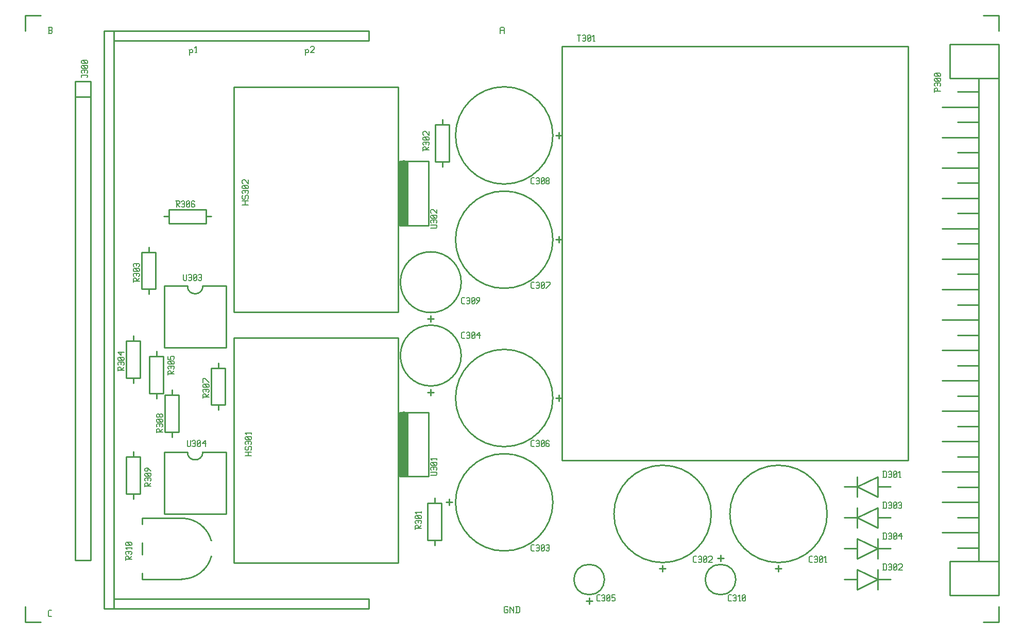
<source format=gto>
G04 start of page 9 for group -4079 idx -4079 *
G04 Title: 31.003.00.01.01.pcb, topsilk *
G04 Creator: pcb 4.2.2 *
G04 CreationDate: Sun Jan  3 11:16:11 2021 UTC *
G04 For: bert *
G04 Format: Gerber/RS-274X *
G04 PCB-Dimensions (mil): 7874.02 5511.81 *
G04 PCB-Coordinate-Origin: lower left *
%MOIN*%
%FSLAX25Y25*%
%LNGTO*%
%ADD89C,0.0080*%
%ADD88C,0.0520*%
%ADD87C,0.0100*%
G54D87*X0Y551181D02*X10000D01*
X51181Y541338D02*X222441D01*
X57480Y535039D02*X222441D01*
Y541338D02*Y535039D01*
X0Y551181D02*Y541181D01*
X222441Y167323D02*Y173622D01*
X51181Y167323D02*X222441D01*
X630000Y158681D02*Y168681D01*
Y158681D02*X620000D01*
X57480Y541338D02*Y167323D01*
Y173622D02*X222441D01*
X51181Y541338D02*Y167323D01*
X410500Y193185D02*X414500D01*
X412500Y195185D02*Y191185D01*
Y197186D02*G75*G03X412500Y197186I0J31495D01*G01*
X485500Y193185D02*X489500D01*
X487500Y195185D02*Y191185D01*
Y197186D02*G75*G03X487500Y197186I0J31495D01*G01*
X551700Y206181D02*X560000D01*
X530000D02*X538300D01*
X551700D02*X538300Y199581D01*
Y212781D02*Y199581D01*
Y212781D02*X551700Y206181D01*
Y212781D02*Y199581D01*
X448000Y200023D02*X452000D01*
X450000Y202023D02*Y198023D01*
Y196023D02*G75*G03X450000Y196023I0J-9842D01*G01*
X551700Y186181D02*X560000D01*
X530000D02*X538300D01*
X551700D02*X538300Y179581D01*
Y192781D02*Y179581D01*
Y192781D02*X551700Y186181D01*
Y192781D02*Y179581D01*
X269500Y235581D02*Y211781D01*
X260500Y235581D02*Y211781D01*
Y235581D02*X269500D01*
X260500Y211781D02*X269500D01*
X265000Y238981D02*Y235581D01*
Y211781D02*Y208381D01*
X274504Y238181D02*Y234181D01*
X272504Y236181D02*X276504D01*
X278505D02*G75*G03X278505Y236181I31495J0D01*G01*
X345496Y305681D02*Y301681D01*
X343496Y303681D02*X347496D01*
X341495D02*G75*G03X341495Y303681I-31495J0D01*G01*
X134941Y342579D02*Y196910D01*
Y342579D02*X241240D01*
X134941Y196910D02*X241240D01*
Y342579D02*Y196910D01*
X247400Y294431D02*Y252931D01*
G54D88*X245000Y292431D02*Y254931D01*
G54D87*X242400Y294431D02*Y252931D01*
Y294431D02*X260900D01*
Y252931D01*
X242400D02*X260900D01*
X247400Y456931D02*Y415431D01*
G54D88*X245000Y454931D02*Y417431D01*
G54D87*X242400Y456931D02*Y415431D01*
Y456931D02*X260900D01*
Y415431D01*
X242400D02*X260900D01*
X260500Y307496D02*X264500D01*
X262500Y309496D02*Y305496D01*
Y311496D02*G75*G03X262500Y311496I0J19685D01*G01*
X260500Y354996D02*X264500D01*
X262500Y356996D02*Y352996D01*
Y358996D02*G75*G03X262500Y358996I0J19685D01*G01*
X134941Y505079D02*Y359410D01*
Y505079D02*X241240D01*
X134941Y359410D02*X241240D01*
Y505079D02*Y359410D01*
X630000Y551181D02*Y541181D01*
Y551181D02*X620000D01*
X347500Y263181D02*Y531181D01*
X571500Y263181D02*X347500D01*
X571500Y531181D02*Y263181D01*
X347500Y531181D02*X571500D01*
X530000Y226181D02*X538300D01*
X551700D02*X560000D01*
X538300D02*X551700Y232781D01*
Y219581D01*
X538300Y226181D01*
Y232781D02*Y219581D01*
X530000Y246181D02*X538300D01*
X551700D02*X560000D01*
X538300D02*X551700Y252781D01*
Y239581D01*
X538300Y246181D01*
Y252781D02*Y239581D01*
X345496Y408181D02*Y404181D01*
X343496Y406181D02*X347496D01*
X341495D02*G75*G03X341495Y406181I-31495J0D01*G01*
X345496Y475681D02*Y471681D01*
X343496Y473681D02*X347496D01*
X341495D02*G75*G03X341495Y473681I-31495J0D01*G01*
X274500Y480581D02*Y456781D01*
X265500Y480581D02*Y456781D01*
Y480581D02*X274500D01*
X265500Y456781D02*X274500D01*
X270000Y483981D02*Y480581D01*
Y456781D02*Y453381D01*
X598227Y198032D02*X630117D01*
X598227D02*Y175985D01*
X630117D01*
X598227Y510631D02*X630117D01*
X598227Y532678D02*Y510631D01*
Y532678D02*X630117D01*
X603345Y206694D02*X617125D01*
X593503Y216536D02*X617125D01*
X616731Y246064D02*X617125Y245670D01*
X603345Y246064D02*X616731D01*
X593503Y452756D02*X617124D01*
X603345Y462599D02*X617125D01*
X603345Y482284D02*X617125D01*
X593503Y492127D02*X617125D01*
X593503Y236221D02*X617125D01*
X603345Y226379D02*X617125D01*
X593503Y275591D02*X617125D01*
X603345Y265749D02*X617125D01*
X593503Y255906D02*X617125D01*
X603345Y305119D02*X617125D01*
X593503Y295276D02*X617125D01*
X603345Y285434D02*X617125D01*
X593503Y334647D02*X617125D01*
X603345Y324804D02*X617125D01*
X593503Y314962D02*X617125D01*
X603345Y364174D02*X617125D01*
X593503Y354332D02*X617125D01*
X603345Y344489D02*X617125D01*
X603345Y383859D02*X617125D01*
X593503Y433071D02*X617124D01*
X617125Y433072D01*
X603345Y442914D02*X617125D01*
X617124Y452756D02*X617125Y452757D01*
X593503Y393701D02*X617124D01*
X617125Y393702D01*
X603345Y403544D02*X617125D01*
X617124Y413386D02*X617125Y413387D01*
X617124Y374016D02*X617125Y374017D01*
X593503Y413386D02*X617124D01*
X603345Y423229D02*X617125D01*
X593503Y374016D02*X617124D01*
X603345Y501969D02*X617125D01*
X593503Y472442D02*X617125D01*
Y510631D02*Y198032D01*
X630117Y532678D02*Y175985D01*
X363000Y172339D02*X367000D01*
X365000Y174339D02*Y170339D01*
Y176339D02*G75*G03X365000Y176339I0J9842D01*G01*
X84500Y398081D02*Y374281D01*
X75500Y398081D02*Y374281D01*
Y398081D02*X84500D01*
X75500Y374281D02*X84500D01*
X80000Y401481D02*Y398081D01*
Y374281D02*Y370881D01*
X129500Y323081D02*Y299281D01*
X120500Y323081D02*Y299281D01*
Y323081D02*X129500D01*
X120500Y299281D02*X129500D01*
X125000Y326481D02*Y323081D01*
Y299281D02*Y295881D01*
X93100Y416681D02*X116900D01*
X93100Y425681D02*X116900D01*
Y416681D01*
X93100Y425681D02*Y416681D01*
X116900Y421181D02*X120300D01*
X93100D02*X89700D01*
X89500Y330581D02*Y306781D01*
X80500Y330581D02*Y306781D01*
Y330581D02*X89500D01*
X80500Y306781D02*X89500D01*
X85000Y333981D02*Y330581D01*
Y306781D02*Y303381D01*
X115000Y376181D02*X130000D01*
X90000D02*X105000D01*
X130000Y336181D02*Y376181D01*
X90000Y336181D02*X130000D01*
X90000Y376181D02*Y336181D01*
X105000Y376181D02*G75*G03X115000Y376181I5000J0D01*G01*
Y268681D02*X130000D01*
X90000D02*X105000D01*
X130000Y228681D02*Y268681D01*
X90000Y228681D02*X130000D01*
X90000Y268681D02*Y228681D01*
X105000Y268681D02*G75*G03X115000Y268681I5000J0D01*G01*
X99500Y305581D02*Y281781D01*
X90500Y305581D02*Y281781D01*
Y305581D02*X99500D01*
X90500Y281781D02*X99500D01*
X95000Y308981D02*Y305581D01*
Y281781D02*Y278381D01*
X74500Y265581D02*Y241781D01*
X65500Y265581D02*Y241781D01*
Y265581D02*X74500D01*
X65500Y241781D02*X74500D01*
X70000Y268981D02*Y265581D01*
Y241781D02*Y238381D01*
X74500Y340581D02*Y316781D01*
X65500Y340581D02*Y316781D01*
Y340581D02*X74500D01*
X65500Y316781D02*X74500D01*
X70000Y343981D02*Y340581D01*
Y316781D02*Y313381D01*
X32500Y198681D02*X42500D01*
Y508681D02*Y198681D01*
X32500Y508681D02*Y198681D01*
Y498681D02*X42500D01*
X32500Y508681D02*X42500D01*
X75846Y210118D02*Y202244D01*
Y225866D02*Y221929D01*
Y225866D02*X101437D01*
X75846Y186496D02*X101437D01*
X75846Y190433D02*Y186496D01*
X101437D02*G75*G03X120451Y201086I0J19685D01*G01*
X120451Y211276D02*G75*G03X101437Y225866I-19014J-5095D01*G01*
X0Y158681D02*Y168681D01*
Y158681D02*X10000D01*
G54D89*X115000Y305681D02*Y303681D01*
Y305681D02*X115500Y306181D01*
X116500D01*
X117000Y305681D02*X116500Y306181D01*
X117000Y305681D02*Y304181D01*
X115000D02*X119000D01*
X117000D02*X119000Y306181D01*
X115500Y307381D02*X115000Y307881D01*
Y308881D02*Y307881D01*
Y308881D02*X115500Y309381D01*
X118500D01*
X119000Y308881D02*X118500Y309381D01*
X119000Y308881D02*Y307881D01*
X118500Y307381D02*X119000Y307881D01*
X117000Y309381D02*Y307881D01*
X118500Y310581D02*X119000Y311081D01*
X115500Y310581D02*X118500D01*
X115500D02*X115000Y311081D01*
Y312081D02*Y311081D01*
Y312081D02*X115500Y312581D01*
X118500D01*
X119000Y312081D02*X118500Y312581D01*
X119000Y312081D02*Y311081D01*
X118000Y310581D02*X116000Y312581D01*
X119000Y313781D02*X116500Y316281D01*
X115000D02*X116500D01*
X115000D02*Y313781D01*
X92500Y320681D02*Y318681D01*
Y320681D02*X93000Y321181D01*
X94000D01*
X94500Y320681D02*X94000Y321181D01*
X94500Y320681D02*Y319181D01*
X92500D02*X96500D01*
X94500D02*X96500Y321181D01*
X93000Y322381D02*X92500Y322881D01*
Y323881D02*Y322881D01*
Y323881D02*X93000Y324381D01*
X96000D01*
X96500Y323881D02*X96000Y324381D01*
X96500Y323881D02*Y322881D01*
X96000Y322381D02*X96500Y322881D01*
X94500Y324381D02*Y322881D01*
X96000Y325581D02*X96500Y326081D01*
X93000Y325581D02*X96000D01*
X93000D02*X92500Y326081D01*
Y327081D02*Y326081D01*
Y327081D02*X93000Y327581D01*
X96000D01*
X96500Y327081D02*X96000Y327581D01*
X96500Y327081D02*Y326081D01*
X95500Y325581D02*X93500Y327581D01*
X92500Y330781D02*Y328781D01*
X94500D01*
X94000Y329281D01*
Y330281D02*Y329281D01*
Y330281D02*X94500Y330781D01*
X96000D01*
X96500Y330281D02*X96000Y330781D01*
X96500Y330281D02*Y329281D01*
X96000Y328781D02*X96500Y329281D01*
X85000Y283181D02*Y281181D01*
Y283181D02*X85500Y283681D01*
X86500D01*
X87000Y283181D02*X86500Y283681D01*
X87000Y283181D02*Y281681D01*
X85000D02*X89000D01*
X87000D02*X89000Y283681D01*
X85500Y284881D02*X85000Y285381D01*
Y286381D02*Y285381D01*
Y286381D02*X85500Y286881D01*
X88500D01*
X89000Y286381D02*X88500Y286881D01*
X89000Y286381D02*Y285381D01*
X88500Y284881D02*X89000Y285381D01*
X87000Y286881D02*Y285381D01*
X88500Y288081D02*X89000Y288581D01*
X85500Y288081D02*X88500D01*
X85500D02*X85000Y288581D01*
Y289581D02*Y288581D01*
Y289581D02*X85500Y290081D01*
X88500D01*
X89000Y289581D02*X88500Y290081D01*
X89000Y289581D02*Y288581D01*
X88000Y288081D02*X86000Y290081D01*
X88500Y291281D02*X89000Y291781D01*
X87500Y291281D02*X88500D01*
X87500D02*X87000Y291781D01*
Y292781D02*Y291781D01*
Y292781D02*X87500Y293281D01*
X88500D01*
X89000Y292781D02*X88500Y293281D01*
X89000Y292781D02*Y291781D01*
X86500Y291281D02*X87000Y291781D01*
X85500Y291281D02*X86500D01*
X85500D02*X85000Y291781D01*
Y292781D02*Y291781D01*
Y292781D02*X85500Y293281D01*
X86500D01*
X87000Y292781D02*X86500Y293281D01*
X60000Y323181D02*Y321181D01*
Y323181D02*X60500Y323681D01*
X61500D01*
X62000Y323181D02*X61500Y323681D01*
X62000Y323181D02*Y321681D01*
X60000D02*X64000D01*
X62000D02*X64000Y323681D01*
X60500Y324881D02*X60000Y325381D01*
Y326381D02*Y325381D01*
Y326381D02*X60500Y326881D01*
X63500D01*
X64000Y326381D02*X63500Y326881D01*
X64000Y326381D02*Y325381D01*
X63500Y324881D02*X64000Y325381D01*
X62000Y326881D02*Y325381D01*
X63500Y328081D02*X64000Y328581D01*
X60500Y328081D02*X63500D01*
X60500D02*X60000Y328581D01*
Y329581D02*Y328581D01*
Y329581D02*X60500Y330081D01*
X63500D01*
X64000Y329581D02*X63500Y330081D01*
X64000Y329581D02*Y328581D01*
X63000Y328081D02*X61000Y330081D01*
X62000Y331281D02*X60000Y333281D01*
X62000Y333781D02*Y331281D01*
X60000Y333281D02*X64000D01*
X70000Y380681D02*Y378681D01*
Y380681D02*X70500Y381181D01*
X71500D01*
X72000Y380681D02*X71500Y381181D01*
X72000Y380681D02*Y379181D01*
X70000D02*X74000D01*
X72000D02*X74000Y381181D01*
X70500Y382381D02*X70000Y382881D01*
Y383881D02*Y382881D01*
Y383881D02*X70500Y384381D01*
X73500D01*
X74000Y383881D02*X73500Y384381D01*
X74000Y383881D02*Y382881D01*
X73500Y382381D02*X74000Y382881D01*
X72000Y384381D02*Y382881D01*
X73500Y385581D02*X74000Y386081D01*
X70500Y385581D02*X73500D01*
X70500D02*X70000Y386081D01*
Y387081D02*Y386081D01*
Y387081D02*X70500Y387581D01*
X73500D01*
X74000Y387081D02*X73500Y387581D01*
X74000Y387081D02*Y386081D01*
X73000Y385581D02*X71000Y387581D01*
X70500Y388781D02*X70000Y389281D01*
Y390281D02*Y389281D01*
Y390281D02*X70500Y390781D01*
X73500D01*
X74000Y390281D02*X73500Y390781D01*
X74000Y390281D02*Y389281D01*
X73500Y388781D02*X74000Y389281D01*
X72000Y390781D02*Y389281D01*
X97500Y431181D02*X99500D01*
X100000Y430681D01*
Y429681D01*
X99500Y429181D02*X100000Y429681D01*
X98000Y429181D02*X99500D01*
X98000Y431181D02*Y427181D01*
Y429181D02*X100000Y427181D01*
X101200Y430681D02*X101700Y431181D01*
X102700D01*
X103200Y430681D01*
Y427681D01*
X102700Y427181D02*X103200Y427681D01*
X101700Y427181D02*X102700D01*
X101200Y427681D02*X101700Y427181D01*
Y429181D02*X103200D01*
X104400Y427681D02*X104900Y427181D01*
X104400Y430681D02*Y427681D01*
Y430681D02*X104900Y431181D01*
X105900D01*
X106400Y430681D01*
Y427681D01*
X105900Y427181D02*X106400Y427681D01*
X104900Y427181D02*X105900D01*
X104400Y428181D02*X106400Y430181D01*
X109100Y431181D02*X109600Y430681D01*
X108100Y431181D02*X109100D01*
X107600Y430681D02*X108100Y431181D01*
X107600Y430681D02*Y427681D01*
X108100Y427181D01*
X109100Y429181D02*X109600Y428681D01*
X107600Y429181D02*X109100D01*
X108100Y427181D02*X109100D01*
X109600Y427681D01*
Y428681D02*Y427681D01*
X102500Y383681D02*Y380181D01*
X103000Y379681D01*
X104000D01*
X104500Y380181D01*
Y383681D02*Y380181D01*
X105700Y383181D02*X106200Y383681D01*
X107200D01*
X107700Y383181D01*
Y380181D01*
X107200Y379681D02*X107700Y380181D01*
X106200Y379681D02*X107200D01*
X105700Y380181D02*X106200Y379681D01*
Y381681D02*X107700D01*
X108900Y380181D02*X109400Y379681D01*
X108900Y383181D02*Y380181D01*
Y383181D02*X109400Y383681D01*
X110400D01*
X110900Y383181D01*
Y380181D01*
X110400Y379681D02*X110900Y380181D01*
X109400Y379681D02*X110400D01*
X108900Y380681D02*X110900Y382681D01*
X112100Y383181D02*X112600Y383681D01*
X113600D01*
X114100Y383181D01*
Y380181D01*
X113600Y379681D02*X114100Y380181D01*
X112600Y379681D02*X113600D01*
X112100Y380181D02*X112600Y379681D01*
Y381681D02*X114100D01*
X140500Y428681D02*X144500D01*
X140500Y431181D02*X144500D01*
X142500D02*Y428681D01*
X140500Y434381D02*X141000Y434881D01*
X140500Y434381D02*Y432881D01*
X141000Y432381D02*X140500Y432881D01*
X141000Y432381D02*X142000D01*
X142500Y432881D01*
Y434381D02*Y432881D01*
Y434381D02*X143000Y434881D01*
X144000D01*
X144500Y434381D02*X144000Y434881D01*
X144500Y434381D02*Y432881D01*
X144000Y432381D02*X144500Y432881D01*
X141000Y436081D02*X140500Y436581D01*
Y437581D02*Y436581D01*
Y437581D02*X141000Y438081D01*
X144000D01*
X144500Y437581D02*X144000Y438081D01*
X144500Y437581D02*Y436581D01*
X144000Y436081D02*X144500Y436581D01*
X142500Y438081D02*Y436581D01*
X144000Y439281D02*X144500Y439781D01*
X141000Y439281D02*X144000D01*
X141000D02*X140500Y439781D01*
Y440781D02*Y439781D01*
Y440781D02*X141000Y441281D01*
X144000D01*
X144500Y440781D02*X144000Y441281D01*
X144500Y440781D02*Y439781D01*
X143500Y439281D02*X141500Y441281D01*
X141000Y442481D02*X140500Y442981D01*
Y444481D02*Y442981D01*
Y444481D02*X141000Y444981D01*
X142000D01*
X144500Y442481D02*X142000Y444981D01*
X144500D02*Y442481D01*
X252500Y220681D02*Y218681D01*
Y220681D02*X253000Y221181D01*
X254000D01*
X254500Y220681D02*X254000Y221181D01*
X254500Y220681D02*Y219181D01*
X252500D02*X256500D01*
X254500D02*X256500Y221181D01*
X253000Y222381D02*X252500Y222881D01*
Y223881D02*Y222881D01*
Y223881D02*X253000Y224381D01*
X256000D01*
X256500Y223881D02*X256000Y224381D01*
X256500Y223881D02*Y222881D01*
X256000Y222381D02*X256500Y222881D01*
X254500Y224381D02*Y222881D01*
X256000Y225581D02*X256500Y226081D01*
X253000Y225581D02*X256000D01*
X253000D02*X252500Y226081D01*
Y227081D02*Y226081D01*
Y227081D02*X253000Y227581D01*
X256000D01*
X256500Y227081D02*X256000Y227581D01*
X256500Y227081D02*Y226081D01*
X255500Y225581D02*X253500Y227581D01*
X256500Y230281D02*Y229281D01*
X252500Y229781D02*X256500D01*
X253500Y228781D02*X252500Y229781D01*
X328000Y204681D02*X329500D01*
X327500Y205181D02*X328000Y204681D01*
X327500Y208181D02*Y205181D01*
Y208181D02*X328000Y208681D01*
X329500D01*
X330700Y208181D02*X331200Y208681D01*
X332200D01*
X332700Y208181D01*
Y205181D01*
X332200Y204681D02*X332700Y205181D01*
X331200Y204681D02*X332200D01*
X330700Y205181D02*X331200Y204681D01*
Y206681D02*X332700D01*
X333900Y205181D02*X334400Y204681D01*
X333900Y208181D02*Y205181D01*
Y208181D02*X334400Y208681D01*
X335400D01*
X335900Y208181D01*
Y205181D01*
X335400Y204681D02*X335900Y205181D01*
X334400Y204681D02*X335400D01*
X333900Y205681D02*X335900Y207681D01*
X337100Y208181D02*X337600Y208681D01*
X338600D01*
X339100Y208181D01*
Y205181D01*
X338600Y204681D02*X339100Y205181D01*
X337600Y204681D02*X338600D01*
X337100Y205181D02*X337600Y204681D01*
Y206681D02*X339100D01*
X328000Y272181D02*X329500D01*
X327500Y272681D02*X328000Y272181D01*
X327500Y275681D02*Y272681D01*
Y275681D02*X328000Y276181D01*
X329500D01*
X330700Y275681D02*X331200Y276181D01*
X332200D01*
X332700Y275681D01*
Y272681D01*
X332200Y272181D02*X332700Y272681D01*
X331200Y272181D02*X332200D01*
X330700Y272681D02*X331200Y272181D01*
Y274181D02*X332700D01*
X333900Y272681D02*X334400Y272181D01*
X333900Y275681D02*Y272681D01*
Y275681D02*X334400Y276181D01*
X335400D01*
X335900Y275681D01*
Y272681D01*
X335400Y272181D02*X335900Y272681D01*
X334400Y272181D02*X335400D01*
X333900Y273181D02*X335900Y275181D01*
X338600Y276181D02*X339100Y275681D01*
X337600Y276181D02*X338600D01*
X337100Y275681D02*X337600Y276181D01*
X337100Y275681D02*Y272681D01*
X337600Y272181D01*
X338600Y274181D02*X339100Y273681D01*
X337100Y274181D02*X338600D01*
X337600Y272181D02*X338600D01*
X339100Y272681D01*
Y273681D02*Y272681D01*
X262500Y253681D02*X266000D01*
X266500Y254181D01*
Y255181D02*Y254181D01*
Y255181D02*X266000Y255681D01*
X262500D02*X266000D01*
X263000Y256881D02*X262500Y257381D01*
Y258381D02*Y257381D01*
Y258381D02*X263000Y258881D01*
X266000D01*
X266500Y258381D02*X266000Y258881D01*
X266500Y258381D02*Y257381D01*
X266000Y256881D02*X266500Y257381D01*
X264500Y258881D02*Y257381D01*
X266000Y260081D02*X266500Y260581D01*
X263000Y260081D02*X266000D01*
X263000D02*X262500Y260581D01*
Y261581D02*Y260581D01*
Y261581D02*X263000Y262081D01*
X266000D01*
X266500Y261581D02*X266000Y262081D01*
X266500Y261581D02*Y260581D01*
X265500Y260081D02*X263500Y262081D01*
X266500Y264781D02*Y263781D01*
X262500Y264281D02*X266500D01*
X263500Y263281D02*X262500Y264281D01*
X433000Y197181D02*X434500D01*
X432500Y197681D02*X433000Y197181D01*
X432500Y200681D02*Y197681D01*
Y200681D02*X433000Y201181D01*
X434500D01*
X435700Y200681D02*X436200Y201181D01*
X437200D01*
X437700Y200681D01*
Y197681D01*
X437200Y197181D02*X437700Y197681D01*
X436200Y197181D02*X437200D01*
X435700Y197681D02*X436200Y197181D01*
Y199181D02*X437700D01*
X438900Y197681D02*X439400Y197181D01*
X438900Y200681D02*Y197681D01*
Y200681D02*X439400Y201181D01*
X440400D01*
X440900Y200681D01*
Y197681D01*
X440400Y197181D02*X440900Y197681D01*
X439400Y197181D02*X440400D01*
X438900Y198181D02*X440900Y200181D01*
X442100Y200681D02*X442600Y201181D01*
X444100D01*
X444600Y200681D01*
Y199681D01*
X442100Y197181D02*X444600Y199681D01*
X442100Y197181D02*X444600D01*
X455500Y172181D02*X457000D01*
X455000Y172681D02*X455500Y172181D01*
X455000Y175681D02*Y172681D01*
Y175681D02*X455500Y176181D01*
X457000D01*
X458200Y175681D02*X458700Y176181D01*
X459700D01*
X460200Y175681D01*
Y172681D01*
X459700Y172181D02*X460200Y172681D01*
X458700Y172181D02*X459700D01*
X458200Y172681D02*X458700Y172181D01*
Y174181D02*X460200D01*
X461900Y172181D02*X462900D01*
X462400Y176181D02*Y172181D01*
X461400Y175181D02*X462400Y176181D01*
X464100Y172681D02*X464600Y172181D01*
X464100Y175681D02*Y172681D01*
Y175681D02*X464600Y176181D01*
X465600D01*
X466100Y175681D01*
Y172681D01*
X465600Y172181D02*X466100Y172681D01*
X464600Y172181D02*X465600D01*
X464100Y173181D02*X466100Y175181D01*
X508000Y197181D02*X509500D01*
X507500Y197681D02*X508000Y197181D01*
X507500Y200681D02*Y197681D01*
Y200681D02*X508000Y201181D01*
X509500D01*
X510700Y200681D02*X511200Y201181D01*
X512200D01*
X512700Y200681D01*
Y197681D01*
X512200Y197181D02*X512700Y197681D01*
X511200Y197181D02*X512200D01*
X510700Y197681D02*X511200Y197181D01*
Y199181D02*X512700D01*
X513900Y197681D02*X514400Y197181D01*
X513900Y200681D02*Y197681D01*
Y200681D02*X514400Y201181D01*
X515400D01*
X515900Y200681D01*
Y197681D01*
X515400Y197181D02*X515900Y197681D01*
X514400Y197181D02*X515400D01*
X513900Y198181D02*X515900Y200181D01*
X517600Y197181D02*X518600D01*
X518100Y201181D02*Y197181D01*
X517100Y200181D02*X518100Y201181D01*
X555500Y236181D02*Y232181D01*
X557000Y236181D02*X557500Y235681D01*
Y232681D01*
X557000Y232181D02*X557500Y232681D01*
X555000Y232181D02*X557000D01*
X555000Y236181D02*X557000D01*
X558700Y235681D02*X559200Y236181D01*
X560200D01*
X560700Y235681D01*
Y232681D01*
X560200Y232181D02*X560700Y232681D01*
X559200Y232181D02*X560200D01*
X558700Y232681D02*X559200Y232181D01*
Y234181D02*X560700D01*
X561900Y232681D02*X562400Y232181D01*
X561900Y235681D02*Y232681D01*
Y235681D02*X562400Y236181D01*
X563400D01*
X563900Y235681D01*
Y232681D01*
X563400Y232181D02*X563900Y232681D01*
X562400Y232181D02*X563400D01*
X561900Y233181D02*X563900Y235181D01*
X565100Y235681D02*X565600Y236181D01*
X566600D01*
X567100Y235681D01*
Y232681D01*
X566600Y232181D02*X567100Y232681D01*
X565600Y232181D02*X566600D01*
X565100Y232681D02*X565600Y232181D01*
Y234181D02*X567100D01*
X555500Y216181D02*Y212181D01*
X557000Y216181D02*X557500Y215681D01*
Y212681D01*
X557000Y212181D02*X557500Y212681D01*
X555000Y212181D02*X557000D01*
X555000Y216181D02*X557000D01*
X558700Y215681D02*X559200Y216181D01*
X560200D01*
X560700Y215681D01*
Y212681D01*
X560200Y212181D02*X560700Y212681D01*
X559200Y212181D02*X560200D01*
X558700Y212681D02*X559200Y212181D01*
Y214181D02*X560700D01*
X561900Y212681D02*X562400Y212181D01*
X561900Y215681D02*Y212681D01*
Y215681D02*X562400Y216181D01*
X563400D01*
X563900Y215681D01*
Y212681D01*
X563400Y212181D02*X563900Y212681D01*
X562400Y212181D02*X563400D01*
X561900Y213181D02*X563900Y215181D01*
X565100Y214181D02*X567100Y216181D01*
X565100Y214181D02*X567600D01*
X567100Y216181D02*Y212181D01*
X555500Y256181D02*Y252181D01*
X557000Y256181D02*X557500Y255681D01*
Y252681D01*
X557000Y252181D02*X557500Y252681D01*
X555000Y252181D02*X557000D01*
X555000Y256181D02*X557000D01*
X558700Y255681D02*X559200Y256181D01*
X560200D01*
X560700Y255681D01*
Y252681D01*
X560200Y252181D02*X560700Y252681D01*
X559200Y252181D02*X560200D01*
X558700Y252681D02*X559200Y252181D01*
Y254181D02*X560700D01*
X561900Y252681D02*X562400Y252181D01*
X561900Y255681D02*Y252681D01*
Y255681D02*X562400Y256181D01*
X563400D01*
X563900Y255681D01*
Y252681D01*
X563400Y252181D02*X563900Y252681D01*
X562400Y252181D02*X563400D01*
X561900Y253181D02*X563900Y255181D01*
X565600Y252181D02*X566600D01*
X566100Y256181D02*Y252181D01*
X565100Y255181D02*X566100Y256181D01*
X555500Y196181D02*Y192181D01*
X557000Y196181D02*X557500Y195681D01*
Y192681D01*
X557000Y192181D02*X557500Y192681D01*
X555000Y192181D02*X557000D01*
X555000Y196181D02*X557000D01*
X558700Y195681D02*X559200Y196181D01*
X560200D01*
X560700Y195681D01*
Y192681D01*
X560200Y192181D02*X560700Y192681D01*
X559200Y192181D02*X560200D01*
X558700Y192681D02*X559200Y192181D01*
Y194181D02*X560700D01*
X561900Y192681D02*X562400Y192181D01*
X561900Y195681D02*Y192681D01*
Y195681D02*X562400Y196181D01*
X563400D01*
X563900Y195681D01*
Y192681D01*
X563400Y192181D02*X563900Y192681D01*
X562400Y192181D02*X563400D01*
X561900Y193181D02*X563900Y195181D01*
X565100Y195681D02*X565600Y196181D01*
X567100D01*
X567600Y195681D01*
Y194681D01*
X565100Y192181D02*X567600Y194681D01*
X565100Y192181D02*X567600D01*
X15500Y162181D02*X17000D01*
X15000Y162681D02*X15500Y162181D01*
X15000Y165681D02*Y162681D01*
Y165681D02*X15500Y166181D01*
X17000D01*
X312000Y168681D02*X312500Y168181D01*
X310500Y168681D02*X312000D01*
X310000Y168181D02*X310500Y168681D01*
X310000Y168181D02*Y165181D01*
X310500Y164681D01*
X312000D01*
X312500Y165181D01*
Y166181D02*Y165181D01*
X312000Y166681D02*X312500Y166181D01*
X311000Y166681D02*X312000D01*
X313700Y168681D02*Y164681D01*
Y168681D02*Y168181D01*
X316200Y165681D01*
Y168681D02*Y164681D01*
X317900Y168681D02*Y164681D01*
X319400Y168681D02*X319900Y168181D01*
Y165181D01*
X319400Y164681D02*X319900Y165181D01*
X317400Y164681D02*X319400D01*
X317400Y168681D02*X319400D01*
X370500Y172181D02*X372000D01*
X370000Y172681D02*X370500Y172181D01*
X370000Y175681D02*Y172681D01*
Y175681D02*X370500Y176181D01*
X372000D01*
X373200Y175681D02*X373700Y176181D01*
X374700D01*
X375200Y175681D01*
Y172681D01*
X374700Y172181D02*X375200Y172681D01*
X373700Y172181D02*X374700D01*
X373200Y172681D02*X373700Y172181D01*
Y174181D02*X375200D01*
X376400Y172681D02*X376900Y172181D01*
X376400Y175681D02*Y172681D01*
Y175681D02*X376900Y176181D01*
X377900D01*
X378400Y175681D01*
Y172681D01*
X377900Y172181D02*X378400Y172681D01*
X376900Y172181D02*X377900D01*
X376400Y173181D02*X378400Y175181D01*
X379600Y176181D02*X381600D01*
X379600D02*Y174181D01*
X380100Y174681D01*
X381100D01*
X381600Y174181D01*
Y172681D01*
X381100Y172181D02*X381600Y172681D01*
X380100Y172181D02*X381100D01*
X379600Y172681D02*X380100Y172181D01*
X77500Y248181D02*Y246181D01*
Y248181D02*X78000Y248681D01*
X79000D01*
X79500Y248181D02*X79000Y248681D01*
X79500Y248181D02*Y246681D01*
X77500D02*X81500D01*
X79500D02*X81500Y248681D01*
X78000Y249881D02*X77500Y250381D01*
Y251381D02*Y250381D01*
Y251381D02*X78000Y251881D01*
X81000D01*
X81500Y251381D02*X81000Y251881D01*
X81500Y251381D02*Y250381D01*
X81000Y249881D02*X81500Y250381D01*
X79500Y251881D02*Y250381D01*
X81000Y253081D02*X81500Y253581D01*
X78000Y253081D02*X81000D01*
X78000D02*X77500Y253581D01*
Y254581D02*Y253581D01*
Y254581D02*X78000Y255081D01*
X81000D01*
X81500Y254581D02*X81000Y255081D01*
X81500Y254581D02*Y253581D01*
X80500Y253081D02*X78500Y255081D01*
X81500Y256281D02*X79500Y258281D01*
X78000D02*X79500D01*
X77500Y257781D02*X78000Y258281D01*
X77500Y257781D02*Y256781D01*
X78000Y256281D02*X77500Y256781D01*
X78000Y256281D02*X79000D01*
X79500Y256781D01*
Y258281D02*Y256781D01*
X105000Y276181D02*Y272681D01*
X105500Y272181D01*
X106500D01*
X107000Y272681D01*
Y276181D02*Y272681D01*
X108200Y275681D02*X108700Y276181D01*
X109700D01*
X110200Y275681D01*
Y272681D01*
X109700Y272181D02*X110200Y272681D01*
X108700Y272181D02*X109700D01*
X108200Y272681D02*X108700Y272181D01*
Y274181D02*X110200D01*
X111400Y272681D02*X111900Y272181D01*
X111400Y275681D02*Y272681D01*
Y275681D02*X111900Y276181D01*
X112900D01*
X113400Y275681D01*
Y272681D01*
X112900Y272181D02*X113400Y272681D01*
X111900Y272181D02*X112900D01*
X111400Y273181D02*X113400Y275181D01*
X114600Y274181D02*X116600Y276181D01*
X114600Y274181D02*X117100D01*
X116600Y276181D02*Y272181D01*
X142500Y266181D02*X146500D01*
X142500Y268681D02*X146500D01*
X144500D02*Y266181D01*
X142500Y271881D02*X143000Y272381D01*
X142500Y271881D02*Y270381D01*
X143000Y269881D02*X142500Y270381D01*
X143000Y269881D02*X144000D01*
X144500Y270381D01*
Y271881D02*Y270381D01*
Y271881D02*X145000Y272381D01*
X146000D01*
X146500Y271881D02*X146000Y272381D01*
X146500Y271881D02*Y270381D01*
X146000Y269881D02*X146500Y270381D01*
X143000Y273581D02*X142500Y274081D01*
Y275081D02*Y274081D01*
Y275081D02*X143000Y275581D01*
X146000D01*
X146500Y275081D02*X146000Y275581D01*
X146500Y275081D02*Y274081D01*
X146000Y273581D02*X146500Y274081D01*
X144500Y275581D02*Y274081D01*
X146000Y276781D02*X146500Y277281D01*
X143000Y276781D02*X146000D01*
X143000D02*X142500Y277281D01*
Y278281D02*Y277281D01*
Y278281D02*X143000Y278781D01*
X146000D01*
X146500Y278281D02*X146000Y278781D01*
X146500Y278281D02*Y277281D01*
X145500Y276781D02*X143500Y278781D01*
X146500Y281481D02*Y280481D01*
X142500Y280981D02*X146500D01*
X143500Y279981D02*X142500Y280981D01*
X65000Y200681D02*Y198681D01*
Y200681D02*X65500Y201181D01*
X66500D01*
X67000Y200681D02*X66500Y201181D01*
X67000Y200681D02*Y199181D01*
X65000D02*X69000D01*
X67000D02*X69000Y201181D01*
X65500Y202381D02*X65000Y202881D01*
Y203881D02*Y202881D01*
Y203881D02*X65500Y204381D01*
X68500D01*
X69000Y203881D02*X68500Y204381D01*
X69000Y203881D02*Y202881D01*
X68500Y202381D02*X69000Y202881D01*
X67000Y204381D02*Y202881D01*
X69000Y207081D02*Y206081D01*
X65000Y206581D02*X69000D01*
X66000Y205581D02*X65000Y206581D01*
X68500Y208281D02*X69000Y208781D01*
X65500Y208281D02*X68500D01*
X65500D02*X65000Y208781D01*
Y209781D02*Y208781D01*
Y209781D02*X65500Y210281D01*
X68500D01*
X69000Y209781D02*X68500Y210281D01*
X69000Y209781D02*Y208781D01*
X68000Y208281D02*X66000Y210281D01*
X15000Y539681D02*X17000D01*
X17500Y540181D01*
Y541181D02*Y540181D01*
X17000Y541681D02*X17500Y541181D01*
X15500Y541681D02*X17000D01*
X15500Y543681D02*Y539681D01*
X15000Y543681D02*X17000D01*
X17500Y543181D01*
Y542181D01*
X17000Y541681D02*X17500Y542181D01*
X181500Y528681D02*Y525681D01*
X181000Y529181D02*X181500Y528681D01*
X182000Y529181D01*
X183000D01*
X183500Y528681D01*
Y527681D01*
X183000Y527181D02*X183500Y527681D01*
X182000Y527181D02*X183000D01*
X181500Y527681D02*X182000Y527181D01*
X184700Y530681D02*X185200Y531181D01*
X186700D01*
X187200Y530681D01*
Y529681D01*
X184700Y527181D02*X187200Y529681D01*
X184700Y527181D02*X187200D01*
X588425Y502331D02*X592425D01*
X588425Y503831D02*Y501831D01*
Y503831D02*X588925Y504331D01*
X589925D01*
X590425Y503831D02*X589925Y504331D01*
X590425Y503831D02*Y502331D01*
X588925Y505531D02*X588425Y506031D01*
Y507031D02*Y506031D01*
Y507031D02*X588925Y507531D01*
X591925D01*
X592425Y507031D02*X591925Y507531D01*
X592425Y507031D02*Y506031D01*
X591925Y505531D02*X592425Y506031D01*
X590425Y507531D02*Y506031D01*
X591925Y508731D02*X592425Y509231D01*
X588925Y508731D02*X591925D01*
X588925D02*X588425Y509231D01*
Y510231D02*Y509231D01*
Y510231D02*X588925Y510731D01*
X591925D01*
X592425Y510231D02*X591925Y510731D01*
X592425Y510231D02*Y509231D01*
X591425Y508731D02*X589425Y510731D01*
X591925Y511931D02*X592425Y512431D01*
X588925Y511931D02*X591925D01*
X588925D02*X588425Y512431D01*
Y513431D02*Y512431D01*
Y513431D02*X588925Y513931D01*
X591925D01*
X592425Y513431D02*X591925Y513931D01*
X592425Y513431D02*Y512431D01*
X591425Y511931D02*X589425Y513931D01*
X106500Y528681D02*Y525681D01*
X106000Y529181D02*X106500Y528681D01*
X107000Y529181D01*
X108000D01*
X108500Y528681D01*
Y527681D01*
X108000Y527181D02*X108500Y527681D01*
X107000Y527181D02*X108000D01*
X106500Y527681D02*X107000Y527181D01*
X110200D02*X111200D01*
X110700Y531181D02*Y527181D01*
X109700Y530181D02*X110700Y531181D01*
X36500Y512681D02*Y511181D01*
Y512681D02*X40000D01*
X40500Y512181D02*X40000Y512681D01*
X40500Y512181D02*Y511681D01*
X40000Y511181D02*X40500Y511681D01*
X37000Y513881D02*X36500Y514381D01*
Y515381D02*Y514381D01*
Y515381D02*X37000Y515881D01*
X40000D01*
X40500Y515381D02*X40000Y515881D01*
X40500Y515381D02*Y514381D01*
X40000Y513881D02*X40500Y514381D01*
X38500Y515881D02*Y514381D01*
X40000Y517081D02*X40500Y517581D01*
X37000Y517081D02*X40000D01*
X37000D02*X36500Y517581D01*
Y518581D02*Y517581D01*
Y518581D02*X37000Y519081D01*
X40000D01*
X40500Y518581D02*X40000Y519081D01*
X40500Y518581D02*Y517581D01*
X39500Y517081D02*X37500Y519081D01*
X40000Y520281D02*X40500Y520781D01*
X37000Y520281D02*X40000D01*
X37000D02*X36500Y520781D01*
Y521781D02*Y520781D01*
Y521781D02*X37000Y522281D01*
X40000D01*
X40500Y521781D02*X40000Y522281D01*
X40500Y521781D02*Y520781D01*
X39500Y520281D02*X37500Y522281D01*
X328000Y374681D02*X329500D01*
X327500Y375181D02*X328000Y374681D01*
X327500Y378181D02*Y375181D01*
Y378181D02*X328000Y378681D01*
X329500D01*
X330700Y378181D02*X331200Y378681D01*
X332200D01*
X332700Y378181D01*
Y375181D01*
X332200Y374681D02*X332700Y375181D01*
X331200Y374681D02*X332200D01*
X330700Y375181D02*X331200Y374681D01*
Y376681D02*X332700D01*
X333900Y375181D02*X334400Y374681D01*
X333900Y378181D02*Y375181D01*
Y378181D02*X334400Y378681D01*
X335400D01*
X335900Y378181D01*
Y375181D01*
X335400Y374681D02*X335900Y375181D01*
X334400Y374681D02*X335400D01*
X333900Y375681D02*X335900Y377681D01*
X337100Y374681D02*X339600Y377181D01*
Y378681D02*Y377181D01*
X337100Y378681D02*X339600D01*
X357500Y538681D02*X359500D01*
X358500D02*Y534681D01*
X360700Y538181D02*X361200Y538681D01*
X362200D01*
X362700Y538181D01*
Y535181D01*
X362200Y534681D02*X362700Y535181D01*
X361200Y534681D02*X362200D01*
X360700Y535181D02*X361200Y534681D01*
Y536681D02*X362700D01*
X363900Y535181D02*X364400Y534681D01*
X363900Y538181D02*Y535181D01*
Y538181D02*X364400Y538681D01*
X365400D01*
X365900Y538181D01*
Y535181D01*
X365400Y534681D02*X365900Y535181D01*
X364400Y534681D02*X365400D01*
X363900Y535681D02*X365900Y537681D01*
X367600Y534681D02*X368600D01*
X368100Y538681D02*Y534681D01*
X367100Y537681D02*X368100Y538681D01*
X307500Y543181D02*Y539681D01*
Y543181D02*X308000Y543681D01*
X309500D01*
X310000Y543181D01*
Y539681D01*
X307500Y541681D02*X310000D01*
X328000Y442181D02*X329500D01*
X327500Y442681D02*X328000Y442181D01*
X327500Y445681D02*Y442681D01*
Y445681D02*X328000Y446181D01*
X329500D01*
X330700Y445681D02*X331200Y446181D01*
X332200D01*
X332700Y445681D01*
Y442681D01*
X332200Y442181D02*X332700Y442681D01*
X331200Y442181D02*X332200D01*
X330700Y442681D02*X331200Y442181D01*
Y444181D02*X332700D01*
X333900Y442681D02*X334400Y442181D01*
X333900Y445681D02*Y442681D01*
Y445681D02*X334400Y446181D01*
X335400D01*
X335900Y445681D01*
Y442681D01*
X335400Y442181D02*X335900Y442681D01*
X334400Y442181D02*X335400D01*
X333900Y443181D02*X335900Y445181D01*
X337100Y442681D02*X337600Y442181D01*
X337100Y443681D02*Y442681D01*
Y443681D02*X337600Y444181D01*
X338600D01*
X339100Y443681D01*
Y442681D01*
X338600Y442181D02*X339100Y442681D01*
X337600Y442181D02*X338600D01*
X337100Y444681D02*X337600Y444181D01*
X337100Y445681D02*Y444681D01*
Y445681D02*X337600Y446181D01*
X338600D01*
X339100Y445681D01*
Y444681D01*
X338600Y444181D02*X339100Y444681D01*
X283000Y342181D02*X284500D01*
X282500Y342681D02*X283000Y342181D01*
X282500Y345681D02*Y342681D01*
Y345681D02*X283000Y346181D01*
X284500D01*
X285700Y345681D02*X286200Y346181D01*
X287200D01*
X287700Y345681D01*
Y342681D01*
X287200Y342181D02*X287700Y342681D01*
X286200Y342181D02*X287200D01*
X285700Y342681D02*X286200Y342181D01*
Y344181D02*X287700D01*
X288900Y342681D02*X289400Y342181D01*
X288900Y345681D02*Y342681D01*
Y345681D02*X289400Y346181D01*
X290400D01*
X290900Y345681D01*
Y342681D01*
X290400Y342181D02*X290900Y342681D01*
X289400Y342181D02*X290400D01*
X288900Y343181D02*X290900Y345181D01*
X292100Y344181D02*X294100Y346181D01*
X292100Y344181D02*X294600D01*
X294100Y346181D02*Y342181D01*
X283000Y364681D02*X284500D01*
X282500Y365181D02*X283000Y364681D01*
X282500Y368181D02*Y365181D01*
Y368181D02*X283000Y368681D01*
X284500D01*
X285700Y368181D02*X286200Y368681D01*
X287200D01*
X287700Y368181D01*
Y365181D01*
X287200Y364681D02*X287700Y365181D01*
X286200Y364681D02*X287200D01*
X285700Y365181D02*X286200Y364681D01*
Y366681D02*X287700D01*
X288900Y365181D02*X289400Y364681D01*
X288900Y368181D02*Y365181D01*
Y368181D02*X289400Y368681D01*
X290400D01*
X290900Y368181D01*
Y365181D01*
X290400Y364681D02*X290900Y365181D01*
X289400Y364681D02*X290400D01*
X288900Y365681D02*X290900Y367681D01*
X292100Y364681D02*X294100Y366681D01*
Y368181D02*Y366681D01*
X293600Y368681D02*X294100Y368181D01*
X292600Y368681D02*X293600D01*
X292100Y368181D02*X292600Y368681D01*
X292100Y368181D02*Y367181D01*
X292600Y366681D01*
X294100D01*
X262500Y413681D02*X266000D01*
X266500Y414181D01*
Y415181D02*Y414181D01*
Y415181D02*X266000Y415681D01*
X262500D02*X266000D01*
X263000Y416881D02*X262500Y417381D01*
Y418381D02*Y417381D01*
Y418381D02*X263000Y418881D01*
X266000D01*
X266500Y418381D02*X266000Y418881D01*
X266500Y418381D02*Y417381D01*
X266000Y416881D02*X266500Y417381D01*
X264500Y418881D02*Y417381D01*
X266000Y420081D02*X266500Y420581D01*
X263000Y420081D02*X266000D01*
X263000D02*X262500Y420581D01*
Y421581D02*Y420581D01*
Y421581D02*X263000Y422081D01*
X266000D01*
X266500Y421581D02*X266000Y422081D01*
X266500Y421581D02*Y420581D01*
X265500Y420081D02*X263500Y422081D01*
X263000Y423281D02*X262500Y423781D01*
Y425281D02*Y423781D01*
Y425281D02*X263000Y425781D01*
X264000D01*
X266500Y423281D02*X264000Y425781D01*
X266500D02*Y423281D01*
X257500Y465681D02*Y463681D01*
Y465681D02*X258000Y466181D01*
X259000D01*
X259500Y465681D02*X259000Y466181D01*
X259500Y465681D02*Y464181D01*
X257500D02*X261500D01*
X259500D02*X261500Y466181D01*
X258000Y467381D02*X257500Y467881D01*
Y468881D02*Y467881D01*
Y468881D02*X258000Y469381D01*
X261000D01*
X261500Y468881D02*X261000Y469381D01*
X261500Y468881D02*Y467881D01*
X261000Y467381D02*X261500Y467881D01*
X259500Y469381D02*Y467881D01*
X261000Y470581D02*X261500Y471081D01*
X258000Y470581D02*X261000D01*
X258000D02*X257500Y471081D01*
Y472081D02*Y471081D01*
Y472081D02*X258000Y472581D01*
X261000D01*
X261500Y472081D02*X261000Y472581D01*
X261500Y472081D02*Y471081D01*
X260500Y470581D02*X258500Y472581D01*
X258000Y473781D02*X257500Y474281D01*
Y475781D02*Y474281D01*
Y475781D02*X258000Y476281D01*
X259000D01*
X261500Y473781D02*X259000Y476281D01*
X261500D02*Y473781D01*
M02*

</source>
